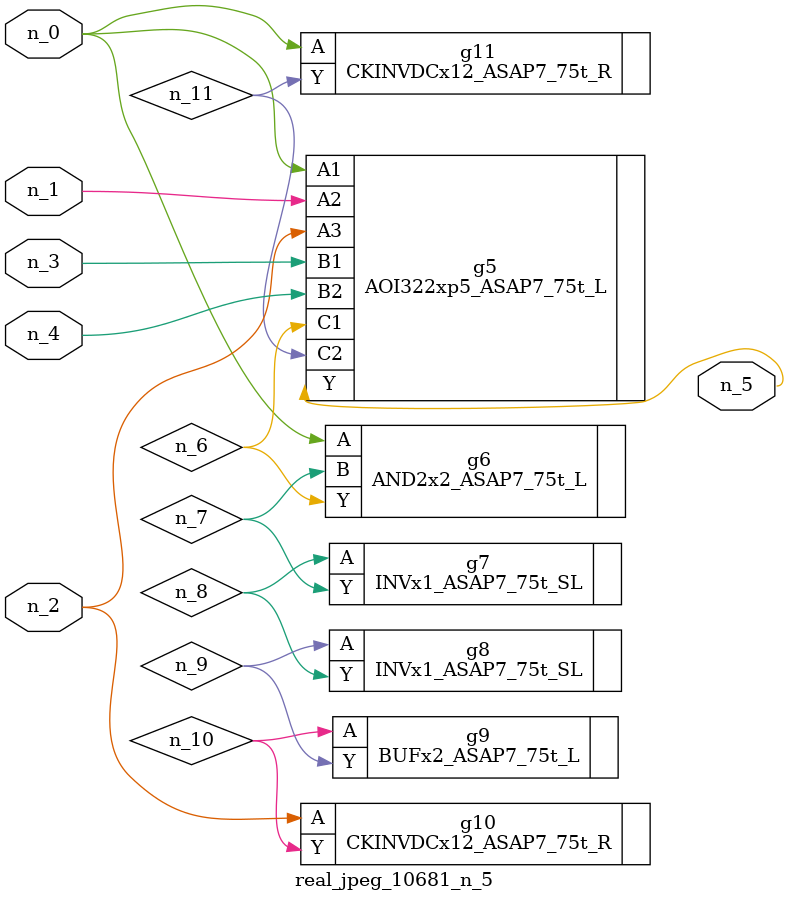
<source format=v>
module real_jpeg_10681_n_5 (n_4, n_0, n_1, n_2, n_3, n_5);

input n_4;
input n_0;
input n_1;
input n_2;
input n_3;

output n_5;

wire n_8;
wire n_11;
wire n_6;
wire n_7;
wire n_10;
wire n_9;

AOI322xp5_ASAP7_75t_L g5 ( 
.A1(n_0),
.A2(n_1),
.A3(n_2),
.B1(n_3),
.B2(n_4),
.C1(n_6),
.C2(n_11),
.Y(n_5)
);

AND2x2_ASAP7_75t_L g6 ( 
.A(n_0),
.B(n_7),
.Y(n_6)
);

CKINVDCx12_ASAP7_75t_R g11 ( 
.A(n_0),
.Y(n_11)
);

CKINVDCx12_ASAP7_75t_R g10 ( 
.A(n_2),
.Y(n_10)
);

INVx1_ASAP7_75t_SL g7 ( 
.A(n_8),
.Y(n_7)
);

INVx1_ASAP7_75t_SL g8 ( 
.A(n_9),
.Y(n_8)
);

BUFx2_ASAP7_75t_L g9 ( 
.A(n_10),
.Y(n_9)
);


endmodule
</source>
